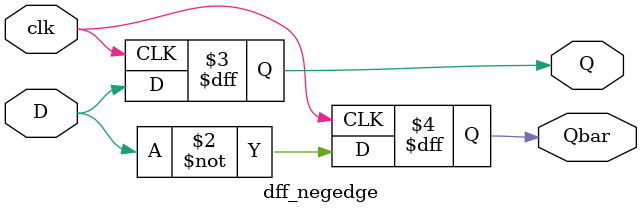
<source format=v>

module dff_negedge (D,clk,Q,Qbar);
 input D,clk;
 output reg Q,Qbar;

 always @ (negedge clk)
  begin 
    Q = D;
    Qbar = ~D;
  end
endmodule

</source>
